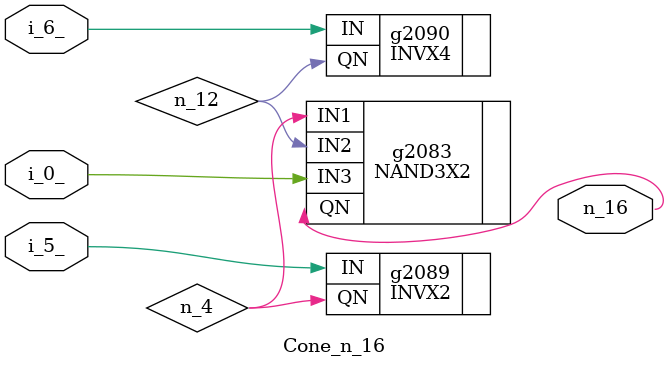
<source format=v>

module Cone_n_16 (n_16, i_5_, i_6_, i_0_ );
	input i_5_, i_6_, i_0_;
	output n_16;
	wire n_4, n_12;
	NAND3X2 g2083(.IN1 (n_4), .IN2 (n_12), .IN3 (i_0_), .QN (n_16));	INVX2 g2089(.IN (i_5_), .QN (n_4));	INVX4 g2090(.IN (i_6_), .QN (n_12));
endmodule


</source>
